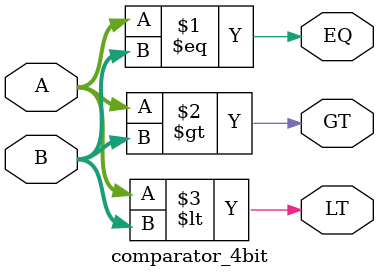
<source format=v>
`timescale 1ns / 1ps

module comparator_4bit (
    input  wire [3:0] A,  // 4 位输入 A
    input  wire [3:0] B,  // 4 位输入 B
    output wire EQ,       // A == B
    output wire GT,       // A > B
    output wire LT        // A < B
);

    // 比较逻辑
    assign EQ = (A == B); // A 等于 B
    assign GT = (A > B);  // A 大于 B
    assign LT = (A < B);  // A 小于 B

endmodule
</source>
